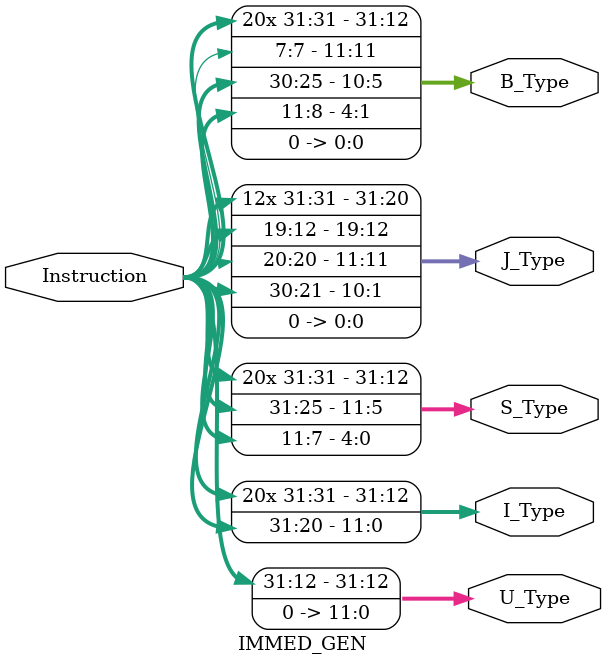
<source format=sv>
`timescale 1ns / 1ps
module IMMED_GEN(
input [31:0] Instruction, //full machine code
output [31:0] U_Type, I_Type, S_Type, J_Type, B_Type
    ); //5 assignments of concatination for different types
assign U_Type = {Instruction[31:12], {12{1'b0}}};    
assign I_Type = {{21{Instruction[31]}}, Instruction[30:20]};     
assign S_Type = {{21{Instruction[31]}}, Instruction[30:25], 
                    Instruction[11:7]};      
assign J_Type = {{12{Instruction[31]}}, Instruction[19:12], Instruction[20], 
                    Instruction[30:21], 1'b0};     
assign B_Type = {{20{Instruction[31]}}, Instruction[7], Instruction[30:25], 
                    Instruction[11:8], 1'b0};     
endmodule

</source>
